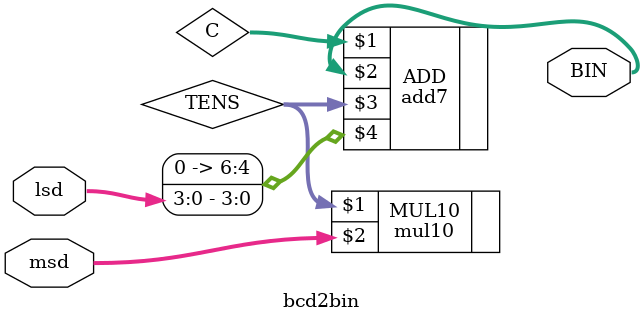
<source format=v>
module bcd2bin (BIN,msd,lsd);

input [3:0] msd,lsd;
output [6:0] BIN;
wire [6:0] C,TENS;

mul10 MUL10 (TENS,msd);
add7 ADD (C,BIN,TENS,{3'd0,lsd});

endmodule

</source>
